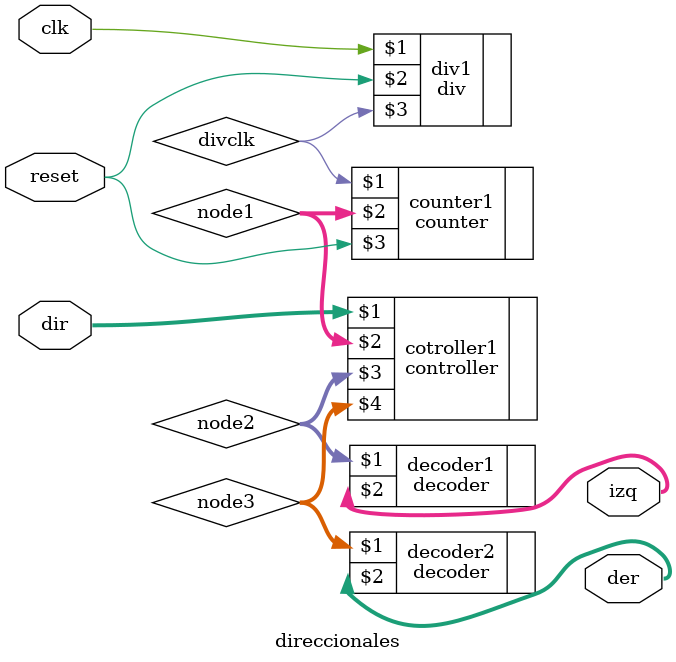
<source format=sv>
`timescale 1ns / 1ps


module direccionales(
    input logic clk,
    input logic [1:0] dir,
    output logic [2:0] izq,
    output logic [2:0] der,
    input logic reset
    );
    
    //logic divclk;
    
    logic [1:0] node1;
    logic [1:0] node2;
    logic [1:0] node3;
    
    
    div div1(clk,reset,divclk);
    
    counter counter1(divclk,node1,reset);
    controller cotroller1(dir,node1,node2,node3);
    decoder decoder1(node2,izq);
    decoder decoder2(node3,der);
endmodule
</source>
